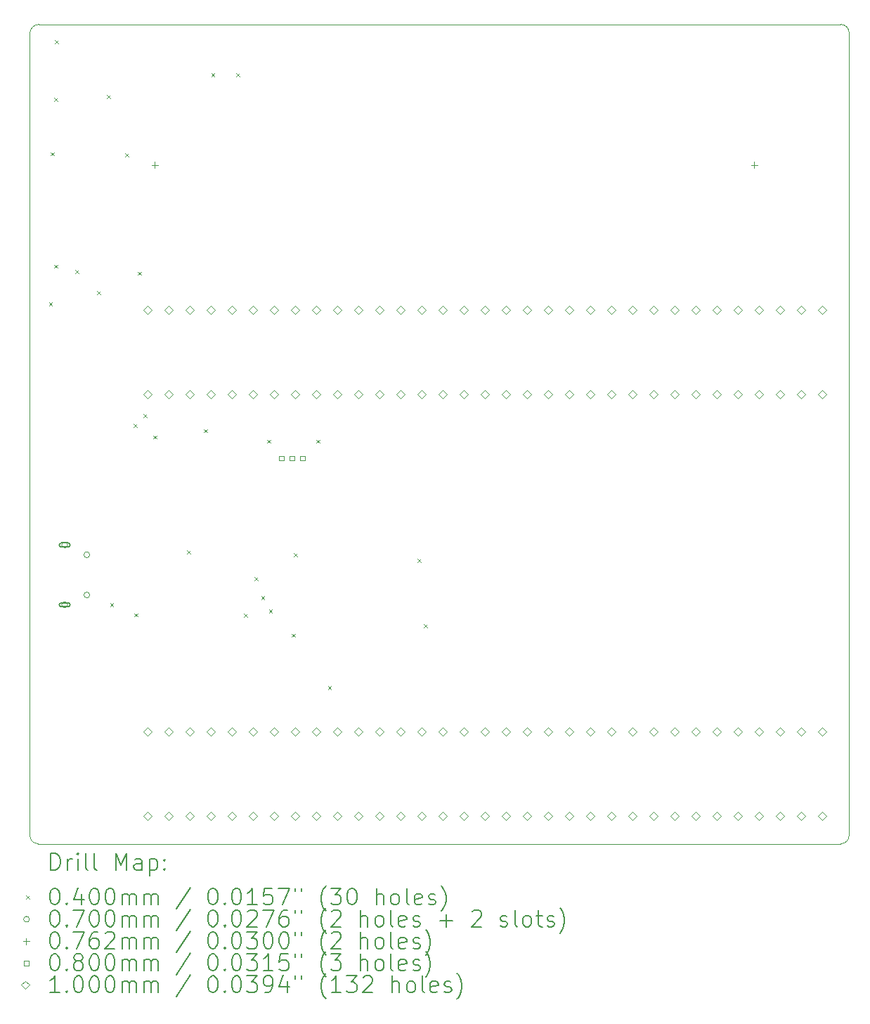
<source format=gbr>
%FSLAX45Y45*%
G04 Gerber Fmt 4.5, Leading zero omitted, Abs format (unit mm)*
G04 Created by KiCad (PCBNEW (6.0.2-0)) date 2022-04-08 22:13:14*
%MOMM*%
%LPD*%
G01*
G04 APERTURE LIST*
%TA.AperFunction,Profile*%
%ADD10C,0.100000*%
%TD*%
%ADD11C,0.200000*%
%ADD12C,0.040000*%
%ADD13C,0.070000*%
%ADD14C,0.076200*%
%ADD15C,0.080000*%
%ADD16C,0.100000*%
G04 APERTURE END LIST*
D10*
X18880000Y-3460000D02*
G75*
G03*
X18780000Y-3360000I-100000J0D01*
G01*
X18780000Y-13230000D02*
X9110000Y-13230000D01*
X9010000Y-13130000D02*
G75*
G03*
X9110000Y-13230000I100000J0D01*
G01*
X18780000Y-13230000D02*
G75*
G03*
X18880000Y-13130000I0J100000D01*
G01*
X9120000Y-3360000D02*
G75*
G03*
X9010000Y-3470000I0J-110000D01*
G01*
X9010000Y-13130000D02*
X9010000Y-3470000D01*
X9120000Y-3360000D02*
X18780000Y-3360000D01*
X18880000Y-3460000D02*
X18880000Y-13130000D01*
D11*
D12*
X9241000Y-6705000D02*
X9281000Y-6745000D01*
X9281000Y-6705000D02*
X9241000Y-6745000D01*
X9261000Y-4900000D02*
X9301000Y-4940000D01*
X9301000Y-4900000D02*
X9261000Y-4940000D01*
X9301000Y-4245000D02*
X9341000Y-4285000D01*
X9341000Y-4245000D02*
X9301000Y-4285000D01*
X9301000Y-6255000D02*
X9341000Y-6295000D01*
X9341000Y-6255000D02*
X9301000Y-6295000D01*
X9310000Y-3550000D02*
X9350000Y-3590000D01*
X9350000Y-3550000D02*
X9310000Y-3590000D01*
X9556000Y-6320000D02*
X9596000Y-6360000D01*
X9596000Y-6320000D02*
X9556000Y-6360000D01*
X9821000Y-6570000D02*
X9861000Y-6610000D01*
X9861000Y-6570000D02*
X9821000Y-6610000D01*
X9936000Y-4210000D02*
X9976000Y-4250000D01*
X9976000Y-4210000D02*
X9936000Y-4250000D01*
X9976000Y-10330000D02*
X10016000Y-10370000D01*
X10016000Y-10330000D02*
X9976000Y-10370000D01*
X10161000Y-4910000D02*
X10201000Y-4950000D01*
X10201000Y-4910000D02*
X10161000Y-4950000D01*
X10261000Y-8175000D02*
X10301000Y-8215000D01*
X10301000Y-8175000D02*
X10261000Y-8215000D01*
X10271000Y-10455000D02*
X10311000Y-10495000D01*
X10311000Y-10455000D02*
X10271000Y-10495000D01*
X10311000Y-6340000D02*
X10351000Y-6380000D01*
X10351000Y-6340000D02*
X10311000Y-6380000D01*
X10376000Y-8055000D02*
X10416000Y-8095000D01*
X10416000Y-8055000D02*
X10376000Y-8095000D01*
X10495600Y-8311200D02*
X10535600Y-8351200D01*
X10535600Y-8311200D02*
X10495600Y-8351200D01*
X10901000Y-9695000D02*
X10941000Y-9735000D01*
X10941000Y-9695000D02*
X10901000Y-9735000D01*
X11105200Y-8235000D02*
X11145200Y-8275000D01*
X11145200Y-8235000D02*
X11105200Y-8275000D01*
X11196000Y-3945000D02*
X11236000Y-3985000D01*
X11236000Y-3945000D02*
X11196000Y-3985000D01*
X11496000Y-3945000D02*
X11536000Y-3985000D01*
X11536000Y-3945000D02*
X11496000Y-3985000D01*
X11587800Y-10457500D02*
X11627800Y-10497500D01*
X11627800Y-10457500D02*
X11587800Y-10497500D01*
X11716000Y-10015000D02*
X11756000Y-10055000D01*
X11756000Y-10015000D02*
X11716000Y-10055000D01*
X11796000Y-10245000D02*
X11836000Y-10285000D01*
X11836000Y-10245000D02*
X11796000Y-10285000D01*
X11867200Y-8362000D02*
X11907200Y-8402000D01*
X11907200Y-8362000D02*
X11867200Y-8402000D01*
X11891000Y-10410000D02*
X11931000Y-10450000D01*
X11931000Y-10410000D02*
X11891000Y-10450000D01*
X12166000Y-10700000D02*
X12206000Y-10740000D01*
X12206000Y-10700000D02*
X12166000Y-10740000D01*
X12191000Y-9730000D02*
X12231000Y-9770000D01*
X12231000Y-9730000D02*
X12191000Y-9770000D01*
X12464100Y-8362000D02*
X12504100Y-8402000D01*
X12504100Y-8362000D02*
X12464100Y-8402000D01*
X12601000Y-11330000D02*
X12641000Y-11370000D01*
X12641000Y-11330000D02*
X12601000Y-11370000D01*
X13683300Y-9797100D02*
X13723300Y-9837100D01*
X13723300Y-9797100D02*
X13683300Y-9837100D01*
X13759500Y-10584500D02*
X13799500Y-10624500D01*
X13799500Y-10584500D02*
X13759500Y-10624500D01*
D13*
X9464500Y-9630820D02*
G75*
G03*
X9464500Y-9630820I-35000J0D01*
G01*
D11*
X9389500Y-9655820D02*
X9469500Y-9655820D01*
X9389500Y-9605820D02*
X9469500Y-9605820D01*
X9469500Y-9655820D02*
G75*
G03*
X9469500Y-9605820I0J25000D01*
G01*
X9389500Y-9605820D02*
G75*
G03*
X9389500Y-9655820I0J-25000D01*
G01*
D13*
X9464500Y-10350820D02*
G75*
G03*
X9464500Y-10350820I-35000J0D01*
G01*
D11*
X9389500Y-10375820D02*
X9469500Y-10375820D01*
X9389500Y-10325820D02*
X9469500Y-10325820D01*
X9469500Y-10375820D02*
G75*
G03*
X9469500Y-10325820I0J25000D01*
G01*
X9389500Y-10325820D02*
G75*
G03*
X9389500Y-10375820I0J-25000D01*
G01*
D13*
X9731500Y-9748320D02*
G75*
G03*
X9731500Y-9748320I-35000J0D01*
G01*
X9731500Y-10233320D02*
G75*
G03*
X9731500Y-10233320I-35000J0D01*
G01*
D14*
X10515000Y-5016900D02*
X10515000Y-5093100D01*
X10476900Y-5055000D02*
X10553100Y-5055000D01*
X17737000Y-5016900D02*
X17737000Y-5093100D01*
X17698900Y-5055000D02*
X17775100Y-5055000D01*
D15*
X12067884Y-8613485D02*
X12067884Y-8556916D01*
X12011315Y-8556916D01*
X12011315Y-8613485D01*
X12067884Y-8613485D01*
X12194884Y-8613485D02*
X12194884Y-8556916D01*
X12138315Y-8556916D01*
X12138315Y-8613485D01*
X12194884Y-8613485D01*
X12321884Y-8613485D02*
X12321884Y-8556916D01*
X12265315Y-8556916D01*
X12265315Y-8613485D01*
X12321884Y-8613485D01*
D16*
X10426000Y-6850000D02*
X10476000Y-6800000D01*
X10426000Y-6750000D01*
X10376000Y-6800000D01*
X10426000Y-6850000D01*
X10426000Y-7866000D02*
X10476000Y-7816000D01*
X10426000Y-7766000D01*
X10376000Y-7816000D01*
X10426000Y-7866000D01*
X10426000Y-11930000D02*
X10476000Y-11880000D01*
X10426000Y-11830000D01*
X10376000Y-11880000D01*
X10426000Y-11930000D01*
X10426000Y-12946000D02*
X10476000Y-12896000D01*
X10426000Y-12846000D01*
X10376000Y-12896000D01*
X10426000Y-12946000D01*
X10680000Y-6850000D02*
X10730000Y-6800000D01*
X10680000Y-6750000D01*
X10630000Y-6800000D01*
X10680000Y-6850000D01*
X10680000Y-7866000D02*
X10730000Y-7816000D01*
X10680000Y-7766000D01*
X10630000Y-7816000D01*
X10680000Y-7866000D01*
X10680000Y-11930000D02*
X10730000Y-11880000D01*
X10680000Y-11830000D01*
X10630000Y-11880000D01*
X10680000Y-11930000D01*
X10680000Y-12946000D02*
X10730000Y-12896000D01*
X10680000Y-12846000D01*
X10630000Y-12896000D01*
X10680000Y-12946000D01*
X10934000Y-6850000D02*
X10984000Y-6800000D01*
X10934000Y-6750000D01*
X10884000Y-6800000D01*
X10934000Y-6850000D01*
X10934000Y-7866000D02*
X10984000Y-7816000D01*
X10934000Y-7766000D01*
X10884000Y-7816000D01*
X10934000Y-7866000D01*
X10934000Y-11930000D02*
X10984000Y-11880000D01*
X10934000Y-11830000D01*
X10884000Y-11880000D01*
X10934000Y-11930000D01*
X10934000Y-12946000D02*
X10984000Y-12896000D01*
X10934000Y-12846000D01*
X10884000Y-12896000D01*
X10934000Y-12946000D01*
X11188000Y-6850000D02*
X11238000Y-6800000D01*
X11188000Y-6750000D01*
X11138000Y-6800000D01*
X11188000Y-6850000D01*
X11188000Y-7866000D02*
X11238000Y-7816000D01*
X11188000Y-7766000D01*
X11138000Y-7816000D01*
X11188000Y-7866000D01*
X11188000Y-11930000D02*
X11238000Y-11880000D01*
X11188000Y-11830000D01*
X11138000Y-11880000D01*
X11188000Y-11930000D01*
X11188000Y-12946000D02*
X11238000Y-12896000D01*
X11188000Y-12846000D01*
X11138000Y-12896000D01*
X11188000Y-12946000D01*
X11442000Y-6850000D02*
X11492000Y-6800000D01*
X11442000Y-6750000D01*
X11392000Y-6800000D01*
X11442000Y-6850000D01*
X11442000Y-7866000D02*
X11492000Y-7816000D01*
X11442000Y-7766000D01*
X11392000Y-7816000D01*
X11442000Y-7866000D01*
X11442000Y-11930000D02*
X11492000Y-11880000D01*
X11442000Y-11830000D01*
X11392000Y-11880000D01*
X11442000Y-11930000D01*
X11442000Y-12946000D02*
X11492000Y-12896000D01*
X11442000Y-12846000D01*
X11392000Y-12896000D01*
X11442000Y-12946000D01*
X11696000Y-6850000D02*
X11746000Y-6800000D01*
X11696000Y-6750000D01*
X11646000Y-6800000D01*
X11696000Y-6850000D01*
X11696000Y-7866000D02*
X11746000Y-7816000D01*
X11696000Y-7766000D01*
X11646000Y-7816000D01*
X11696000Y-7866000D01*
X11696000Y-11930000D02*
X11746000Y-11880000D01*
X11696000Y-11830000D01*
X11646000Y-11880000D01*
X11696000Y-11930000D01*
X11696000Y-12946000D02*
X11746000Y-12896000D01*
X11696000Y-12846000D01*
X11646000Y-12896000D01*
X11696000Y-12946000D01*
X11950000Y-6850000D02*
X12000000Y-6800000D01*
X11950000Y-6750000D01*
X11900000Y-6800000D01*
X11950000Y-6850000D01*
X11950000Y-7866000D02*
X12000000Y-7816000D01*
X11950000Y-7766000D01*
X11900000Y-7816000D01*
X11950000Y-7866000D01*
X11950000Y-11930000D02*
X12000000Y-11880000D01*
X11950000Y-11830000D01*
X11900000Y-11880000D01*
X11950000Y-11930000D01*
X11950000Y-12946000D02*
X12000000Y-12896000D01*
X11950000Y-12846000D01*
X11900000Y-12896000D01*
X11950000Y-12946000D01*
X12204000Y-6850000D02*
X12254000Y-6800000D01*
X12204000Y-6750000D01*
X12154000Y-6800000D01*
X12204000Y-6850000D01*
X12204000Y-7866000D02*
X12254000Y-7816000D01*
X12204000Y-7766000D01*
X12154000Y-7816000D01*
X12204000Y-7866000D01*
X12204000Y-11930000D02*
X12254000Y-11880000D01*
X12204000Y-11830000D01*
X12154000Y-11880000D01*
X12204000Y-11930000D01*
X12204000Y-12946000D02*
X12254000Y-12896000D01*
X12204000Y-12846000D01*
X12154000Y-12896000D01*
X12204000Y-12946000D01*
X12458000Y-6850000D02*
X12508000Y-6800000D01*
X12458000Y-6750000D01*
X12408000Y-6800000D01*
X12458000Y-6850000D01*
X12458000Y-7866000D02*
X12508000Y-7816000D01*
X12458000Y-7766000D01*
X12408000Y-7816000D01*
X12458000Y-7866000D01*
X12458000Y-11930000D02*
X12508000Y-11880000D01*
X12458000Y-11830000D01*
X12408000Y-11880000D01*
X12458000Y-11930000D01*
X12458000Y-12946000D02*
X12508000Y-12896000D01*
X12458000Y-12846000D01*
X12408000Y-12896000D01*
X12458000Y-12946000D01*
X12712000Y-6850000D02*
X12762000Y-6800000D01*
X12712000Y-6750000D01*
X12662000Y-6800000D01*
X12712000Y-6850000D01*
X12712000Y-7866000D02*
X12762000Y-7816000D01*
X12712000Y-7766000D01*
X12662000Y-7816000D01*
X12712000Y-7866000D01*
X12712000Y-11930000D02*
X12762000Y-11880000D01*
X12712000Y-11830000D01*
X12662000Y-11880000D01*
X12712000Y-11930000D01*
X12712000Y-12946000D02*
X12762000Y-12896000D01*
X12712000Y-12846000D01*
X12662000Y-12896000D01*
X12712000Y-12946000D01*
X12966000Y-6850000D02*
X13016000Y-6800000D01*
X12966000Y-6750000D01*
X12916000Y-6800000D01*
X12966000Y-6850000D01*
X12966000Y-7866000D02*
X13016000Y-7816000D01*
X12966000Y-7766000D01*
X12916000Y-7816000D01*
X12966000Y-7866000D01*
X12966000Y-11930000D02*
X13016000Y-11880000D01*
X12966000Y-11830000D01*
X12916000Y-11880000D01*
X12966000Y-11930000D01*
X12966000Y-12946000D02*
X13016000Y-12896000D01*
X12966000Y-12846000D01*
X12916000Y-12896000D01*
X12966000Y-12946000D01*
X13220000Y-6850000D02*
X13270000Y-6800000D01*
X13220000Y-6750000D01*
X13170000Y-6800000D01*
X13220000Y-6850000D01*
X13220000Y-7866000D02*
X13270000Y-7816000D01*
X13220000Y-7766000D01*
X13170000Y-7816000D01*
X13220000Y-7866000D01*
X13220000Y-11930000D02*
X13270000Y-11880000D01*
X13220000Y-11830000D01*
X13170000Y-11880000D01*
X13220000Y-11930000D01*
X13220000Y-12946000D02*
X13270000Y-12896000D01*
X13220000Y-12846000D01*
X13170000Y-12896000D01*
X13220000Y-12946000D01*
X13474000Y-6850000D02*
X13524000Y-6800000D01*
X13474000Y-6750000D01*
X13424000Y-6800000D01*
X13474000Y-6850000D01*
X13474000Y-7866000D02*
X13524000Y-7816000D01*
X13474000Y-7766000D01*
X13424000Y-7816000D01*
X13474000Y-7866000D01*
X13474000Y-11930000D02*
X13524000Y-11880000D01*
X13474000Y-11830000D01*
X13424000Y-11880000D01*
X13474000Y-11930000D01*
X13474000Y-12946000D02*
X13524000Y-12896000D01*
X13474000Y-12846000D01*
X13424000Y-12896000D01*
X13474000Y-12946000D01*
X13728000Y-6850000D02*
X13778000Y-6800000D01*
X13728000Y-6750000D01*
X13678000Y-6800000D01*
X13728000Y-6850000D01*
X13728000Y-7866000D02*
X13778000Y-7816000D01*
X13728000Y-7766000D01*
X13678000Y-7816000D01*
X13728000Y-7866000D01*
X13728000Y-11930000D02*
X13778000Y-11880000D01*
X13728000Y-11830000D01*
X13678000Y-11880000D01*
X13728000Y-11930000D01*
X13728000Y-12946000D02*
X13778000Y-12896000D01*
X13728000Y-12846000D01*
X13678000Y-12896000D01*
X13728000Y-12946000D01*
X13982000Y-6850000D02*
X14032000Y-6800000D01*
X13982000Y-6750000D01*
X13932000Y-6800000D01*
X13982000Y-6850000D01*
X13982000Y-7866000D02*
X14032000Y-7816000D01*
X13982000Y-7766000D01*
X13932000Y-7816000D01*
X13982000Y-7866000D01*
X13982000Y-11930000D02*
X14032000Y-11880000D01*
X13982000Y-11830000D01*
X13932000Y-11880000D01*
X13982000Y-11930000D01*
X13982000Y-12946000D02*
X14032000Y-12896000D01*
X13982000Y-12846000D01*
X13932000Y-12896000D01*
X13982000Y-12946000D01*
X14236000Y-6850000D02*
X14286000Y-6800000D01*
X14236000Y-6750000D01*
X14186000Y-6800000D01*
X14236000Y-6850000D01*
X14236000Y-7866000D02*
X14286000Y-7816000D01*
X14236000Y-7766000D01*
X14186000Y-7816000D01*
X14236000Y-7866000D01*
X14236000Y-11930000D02*
X14286000Y-11880000D01*
X14236000Y-11830000D01*
X14186000Y-11880000D01*
X14236000Y-11930000D01*
X14236000Y-12946000D02*
X14286000Y-12896000D01*
X14236000Y-12846000D01*
X14186000Y-12896000D01*
X14236000Y-12946000D01*
X14490000Y-6850000D02*
X14540000Y-6800000D01*
X14490000Y-6750000D01*
X14440000Y-6800000D01*
X14490000Y-6850000D01*
X14490000Y-7866000D02*
X14540000Y-7816000D01*
X14490000Y-7766000D01*
X14440000Y-7816000D01*
X14490000Y-7866000D01*
X14490000Y-11930000D02*
X14540000Y-11880000D01*
X14490000Y-11830000D01*
X14440000Y-11880000D01*
X14490000Y-11930000D01*
X14490000Y-12946000D02*
X14540000Y-12896000D01*
X14490000Y-12846000D01*
X14440000Y-12896000D01*
X14490000Y-12946000D01*
X14744000Y-6850000D02*
X14794000Y-6800000D01*
X14744000Y-6750000D01*
X14694000Y-6800000D01*
X14744000Y-6850000D01*
X14744000Y-7866000D02*
X14794000Y-7816000D01*
X14744000Y-7766000D01*
X14694000Y-7816000D01*
X14744000Y-7866000D01*
X14744000Y-11930000D02*
X14794000Y-11880000D01*
X14744000Y-11830000D01*
X14694000Y-11880000D01*
X14744000Y-11930000D01*
X14744000Y-12946000D02*
X14794000Y-12896000D01*
X14744000Y-12846000D01*
X14694000Y-12896000D01*
X14744000Y-12946000D01*
X14998000Y-6850000D02*
X15048000Y-6800000D01*
X14998000Y-6750000D01*
X14948000Y-6800000D01*
X14998000Y-6850000D01*
X14998000Y-7866000D02*
X15048000Y-7816000D01*
X14998000Y-7766000D01*
X14948000Y-7816000D01*
X14998000Y-7866000D01*
X14998000Y-11930000D02*
X15048000Y-11880000D01*
X14998000Y-11830000D01*
X14948000Y-11880000D01*
X14998000Y-11930000D01*
X14998000Y-12946000D02*
X15048000Y-12896000D01*
X14998000Y-12846000D01*
X14948000Y-12896000D01*
X14998000Y-12946000D01*
X15252000Y-6850000D02*
X15302000Y-6800000D01*
X15252000Y-6750000D01*
X15202000Y-6800000D01*
X15252000Y-6850000D01*
X15252000Y-7866000D02*
X15302000Y-7816000D01*
X15252000Y-7766000D01*
X15202000Y-7816000D01*
X15252000Y-7866000D01*
X15252000Y-11930000D02*
X15302000Y-11880000D01*
X15252000Y-11830000D01*
X15202000Y-11880000D01*
X15252000Y-11930000D01*
X15252000Y-12946000D02*
X15302000Y-12896000D01*
X15252000Y-12846000D01*
X15202000Y-12896000D01*
X15252000Y-12946000D01*
X15506000Y-6850000D02*
X15556000Y-6800000D01*
X15506000Y-6750000D01*
X15456000Y-6800000D01*
X15506000Y-6850000D01*
X15506000Y-7866000D02*
X15556000Y-7816000D01*
X15506000Y-7766000D01*
X15456000Y-7816000D01*
X15506000Y-7866000D01*
X15506000Y-11930000D02*
X15556000Y-11880000D01*
X15506000Y-11830000D01*
X15456000Y-11880000D01*
X15506000Y-11930000D01*
X15506000Y-12946000D02*
X15556000Y-12896000D01*
X15506000Y-12846000D01*
X15456000Y-12896000D01*
X15506000Y-12946000D01*
X15760000Y-6850000D02*
X15810000Y-6800000D01*
X15760000Y-6750000D01*
X15710000Y-6800000D01*
X15760000Y-6850000D01*
X15760000Y-7866000D02*
X15810000Y-7816000D01*
X15760000Y-7766000D01*
X15710000Y-7816000D01*
X15760000Y-7866000D01*
X15760000Y-11930000D02*
X15810000Y-11880000D01*
X15760000Y-11830000D01*
X15710000Y-11880000D01*
X15760000Y-11930000D01*
X15760000Y-12946000D02*
X15810000Y-12896000D01*
X15760000Y-12846000D01*
X15710000Y-12896000D01*
X15760000Y-12946000D01*
X16014000Y-6850000D02*
X16064000Y-6800000D01*
X16014000Y-6750000D01*
X15964000Y-6800000D01*
X16014000Y-6850000D01*
X16014000Y-7866000D02*
X16064000Y-7816000D01*
X16014000Y-7766000D01*
X15964000Y-7816000D01*
X16014000Y-7866000D01*
X16014000Y-11930000D02*
X16064000Y-11880000D01*
X16014000Y-11830000D01*
X15964000Y-11880000D01*
X16014000Y-11930000D01*
X16014000Y-12946000D02*
X16064000Y-12896000D01*
X16014000Y-12846000D01*
X15964000Y-12896000D01*
X16014000Y-12946000D01*
X16268000Y-6850000D02*
X16318000Y-6800000D01*
X16268000Y-6750000D01*
X16218000Y-6800000D01*
X16268000Y-6850000D01*
X16268000Y-7866000D02*
X16318000Y-7816000D01*
X16268000Y-7766000D01*
X16218000Y-7816000D01*
X16268000Y-7866000D01*
X16268000Y-11930000D02*
X16318000Y-11880000D01*
X16268000Y-11830000D01*
X16218000Y-11880000D01*
X16268000Y-11930000D01*
X16268000Y-12946000D02*
X16318000Y-12896000D01*
X16268000Y-12846000D01*
X16218000Y-12896000D01*
X16268000Y-12946000D01*
X16522000Y-6850000D02*
X16572000Y-6800000D01*
X16522000Y-6750000D01*
X16472000Y-6800000D01*
X16522000Y-6850000D01*
X16522000Y-7866000D02*
X16572000Y-7816000D01*
X16522000Y-7766000D01*
X16472000Y-7816000D01*
X16522000Y-7866000D01*
X16522000Y-11930000D02*
X16572000Y-11880000D01*
X16522000Y-11830000D01*
X16472000Y-11880000D01*
X16522000Y-11930000D01*
X16522000Y-12946000D02*
X16572000Y-12896000D01*
X16522000Y-12846000D01*
X16472000Y-12896000D01*
X16522000Y-12946000D01*
X16776000Y-6850000D02*
X16826000Y-6800000D01*
X16776000Y-6750000D01*
X16726000Y-6800000D01*
X16776000Y-6850000D01*
X16776000Y-7866000D02*
X16826000Y-7816000D01*
X16776000Y-7766000D01*
X16726000Y-7816000D01*
X16776000Y-7866000D01*
X16776000Y-11930000D02*
X16826000Y-11880000D01*
X16776000Y-11830000D01*
X16726000Y-11880000D01*
X16776000Y-11930000D01*
X16776000Y-12946000D02*
X16826000Y-12896000D01*
X16776000Y-12846000D01*
X16726000Y-12896000D01*
X16776000Y-12946000D01*
X17030000Y-6850000D02*
X17080000Y-6800000D01*
X17030000Y-6750000D01*
X16980000Y-6800000D01*
X17030000Y-6850000D01*
X17030000Y-7866000D02*
X17080000Y-7816000D01*
X17030000Y-7766000D01*
X16980000Y-7816000D01*
X17030000Y-7866000D01*
X17030000Y-11930000D02*
X17080000Y-11880000D01*
X17030000Y-11830000D01*
X16980000Y-11880000D01*
X17030000Y-11930000D01*
X17030000Y-12946000D02*
X17080000Y-12896000D01*
X17030000Y-12846000D01*
X16980000Y-12896000D01*
X17030000Y-12946000D01*
X17284000Y-6850000D02*
X17334000Y-6800000D01*
X17284000Y-6750000D01*
X17234000Y-6800000D01*
X17284000Y-6850000D01*
X17284000Y-7866000D02*
X17334000Y-7816000D01*
X17284000Y-7766000D01*
X17234000Y-7816000D01*
X17284000Y-7866000D01*
X17284000Y-11930000D02*
X17334000Y-11880000D01*
X17284000Y-11830000D01*
X17234000Y-11880000D01*
X17284000Y-11930000D01*
X17284000Y-12946000D02*
X17334000Y-12896000D01*
X17284000Y-12846000D01*
X17234000Y-12896000D01*
X17284000Y-12946000D01*
X17538000Y-6850000D02*
X17588000Y-6800000D01*
X17538000Y-6750000D01*
X17488000Y-6800000D01*
X17538000Y-6850000D01*
X17538000Y-7866000D02*
X17588000Y-7816000D01*
X17538000Y-7766000D01*
X17488000Y-7816000D01*
X17538000Y-7866000D01*
X17538000Y-11930000D02*
X17588000Y-11880000D01*
X17538000Y-11830000D01*
X17488000Y-11880000D01*
X17538000Y-11930000D01*
X17538000Y-12946000D02*
X17588000Y-12896000D01*
X17538000Y-12846000D01*
X17488000Y-12896000D01*
X17538000Y-12946000D01*
X17792000Y-6850000D02*
X17842000Y-6800000D01*
X17792000Y-6750000D01*
X17742000Y-6800000D01*
X17792000Y-6850000D01*
X17792000Y-7866000D02*
X17842000Y-7816000D01*
X17792000Y-7766000D01*
X17742000Y-7816000D01*
X17792000Y-7866000D01*
X17792000Y-11930000D02*
X17842000Y-11880000D01*
X17792000Y-11830000D01*
X17742000Y-11880000D01*
X17792000Y-11930000D01*
X17792000Y-12946000D02*
X17842000Y-12896000D01*
X17792000Y-12846000D01*
X17742000Y-12896000D01*
X17792000Y-12946000D01*
X18046000Y-6850000D02*
X18096000Y-6800000D01*
X18046000Y-6750000D01*
X17996000Y-6800000D01*
X18046000Y-6850000D01*
X18046000Y-7866000D02*
X18096000Y-7816000D01*
X18046000Y-7766000D01*
X17996000Y-7816000D01*
X18046000Y-7866000D01*
X18046000Y-11930000D02*
X18096000Y-11880000D01*
X18046000Y-11830000D01*
X17996000Y-11880000D01*
X18046000Y-11930000D01*
X18046000Y-12946000D02*
X18096000Y-12896000D01*
X18046000Y-12846000D01*
X17996000Y-12896000D01*
X18046000Y-12946000D01*
X18300000Y-6850000D02*
X18350000Y-6800000D01*
X18300000Y-6750000D01*
X18250000Y-6800000D01*
X18300000Y-6850000D01*
X18300000Y-7866000D02*
X18350000Y-7816000D01*
X18300000Y-7766000D01*
X18250000Y-7816000D01*
X18300000Y-7866000D01*
X18300000Y-11930000D02*
X18350000Y-11880000D01*
X18300000Y-11830000D01*
X18250000Y-11880000D01*
X18300000Y-11930000D01*
X18300000Y-12946000D02*
X18350000Y-12896000D01*
X18300000Y-12846000D01*
X18250000Y-12896000D01*
X18300000Y-12946000D01*
X18554000Y-6850000D02*
X18604000Y-6800000D01*
X18554000Y-6750000D01*
X18504000Y-6800000D01*
X18554000Y-6850000D01*
X18554000Y-7866000D02*
X18604000Y-7816000D01*
X18554000Y-7766000D01*
X18504000Y-7816000D01*
X18554000Y-7866000D01*
X18554000Y-11930000D02*
X18604000Y-11880000D01*
X18554000Y-11830000D01*
X18504000Y-11880000D01*
X18554000Y-11930000D01*
X18554000Y-12946000D02*
X18604000Y-12896000D01*
X18554000Y-12846000D01*
X18504000Y-12896000D01*
X18554000Y-12946000D01*
D11*
X9262619Y-13545476D02*
X9262619Y-13345476D01*
X9310238Y-13345476D01*
X9338810Y-13355000D01*
X9357857Y-13374048D01*
X9367381Y-13393095D01*
X9376905Y-13431190D01*
X9376905Y-13459762D01*
X9367381Y-13497857D01*
X9357857Y-13516905D01*
X9338810Y-13535952D01*
X9310238Y-13545476D01*
X9262619Y-13545476D01*
X9462619Y-13545476D02*
X9462619Y-13412143D01*
X9462619Y-13450238D02*
X9472143Y-13431190D01*
X9481667Y-13421667D01*
X9500714Y-13412143D01*
X9519762Y-13412143D01*
X9586429Y-13545476D02*
X9586429Y-13412143D01*
X9586429Y-13345476D02*
X9576905Y-13355000D01*
X9586429Y-13364524D01*
X9595952Y-13355000D01*
X9586429Y-13345476D01*
X9586429Y-13364524D01*
X9710238Y-13545476D02*
X9691190Y-13535952D01*
X9681667Y-13516905D01*
X9681667Y-13345476D01*
X9815000Y-13545476D02*
X9795952Y-13535952D01*
X9786429Y-13516905D01*
X9786429Y-13345476D01*
X10043571Y-13545476D02*
X10043571Y-13345476D01*
X10110238Y-13488333D01*
X10176905Y-13345476D01*
X10176905Y-13545476D01*
X10357857Y-13545476D02*
X10357857Y-13440714D01*
X10348333Y-13421667D01*
X10329286Y-13412143D01*
X10291190Y-13412143D01*
X10272143Y-13421667D01*
X10357857Y-13535952D02*
X10338810Y-13545476D01*
X10291190Y-13545476D01*
X10272143Y-13535952D01*
X10262619Y-13516905D01*
X10262619Y-13497857D01*
X10272143Y-13478809D01*
X10291190Y-13469286D01*
X10338810Y-13469286D01*
X10357857Y-13459762D01*
X10453095Y-13412143D02*
X10453095Y-13612143D01*
X10453095Y-13421667D02*
X10472143Y-13412143D01*
X10510238Y-13412143D01*
X10529286Y-13421667D01*
X10538810Y-13431190D01*
X10548333Y-13450238D01*
X10548333Y-13507381D01*
X10538810Y-13526428D01*
X10529286Y-13535952D01*
X10510238Y-13545476D01*
X10472143Y-13545476D01*
X10453095Y-13535952D01*
X10634048Y-13526428D02*
X10643571Y-13535952D01*
X10634048Y-13545476D01*
X10624524Y-13535952D01*
X10634048Y-13526428D01*
X10634048Y-13545476D01*
X10634048Y-13421667D02*
X10643571Y-13431190D01*
X10634048Y-13440714D01*
X10624524Y-13431190D01*
X10634048Y-13421667D01*
X10634048Y-13440714D01*
D12*
X8965000Y-13855000D02*
X9005000Y-13895000D01*
X9005000Y-13855000D02*
X8965000Y-13895000D01*
D11*
X9300714Y-13765476D02*
X9319762Y-13765476D01*
X9338810Y-13775000D01*
X9348333Y-13784524D01*
X9357857Y-13803571D01*
X9367381Y-13841667D01*
X9367381Y-13889286D01*
X9357857Y-13927381D01*
X9348333Y-13946428D01*
X9338810Y-13955952D01*
X9319762Y-13965476D01*
X9300714Y-13965476D01*
X9281667Y-13955952D01*
X9272143Y-13946428D01*
X9262619Y-13927381D01*
X9253095Y-13889286D01*
X9253095Y-13841667D01*
X9262619Y-13803571D01*
X9272143Y-13784524D01*
X9281667Y-13775000D01*
X9300714Y-13765476D01*
X9453095Y-13946428D02*
X9462619Y-13955952D01*
X9453095Y-13965476D01*
X9443571Y-13955952D01*
X9453095Y-13946428D01*
X9453095Y-13965476D01*
X9634048Y-13832143D02*
X9634048Y-13965476D01*
X9586429Y-13755952D02*
X9538810Y-13898809D01*
X9662619Y-13898809D01*
X9776905Y-13765476D02*
X9795952Y-13765476D01*
X9815000Y-13775000D01*
X9824524Y-13784524D01*
X9834048Y-13803571D01*
X9843571Y-13841667D01*
X9843571Y-13889286D01*
X9834048Y-13927381D01*
X9824524Y-13946428D01*
X9815000Y-13955952D01*
X9795952Y-13965476D01*
X9776905Y-13965476D01*
X9757857Y-13955952D01*
X9748333Y-13946428D01*
X9738810Y-13927381D01*
X9729286Y-13889286D01*
X9729286Y-13841667D01*
X9738810Y-13803571D01*
X9748333Y-13784524D01*
X9757857Y-13775000D01*
X9776905Y-13765476D01*
X9967381Y-13765476D02*
X9986429Y-13765476D01*
X10005476Y-13775000D01*
X10015000Y-13784524D01*
X10024524Y-13803571D01*
X10034048Y-13841667D01*
X10034048Y-13889286D01*
X10024524Y-13927381D01*
X10015000Y-13946428D01*
X10005476Y-13955952D01*
X9986429Y-13965476D01*
X9967381Y-13965476D01*
X9948333Y-13955952D01*
X9938810Y-13946428D01*
X9929286Y-13927381D01*
X9919762Y-13889286D01*
X9919762Y-13841667D01*
X9929286Y-13803571D01*
X9938810Y-13784524D01*
X9948333Y-13775000D01*
X9967381Y-13765476D01*
X10119762Y-13965476D02*
X10119762Y-13832143D01*
X10119762Y-13851190D02*
X10129286Y-13841667D01*
X10148333Y-13832143D01*
X10176905Y-13832143D01*
X10195952Y-13841667D01*
X10205476Y-13860714D01*
X10205476Y-13965476D01*
X10205476Y-13860714D02*
X10215000Y-13841667D01*
X10234048Y-13832143D01*
X10262619Y-13832143D01*
X10281667Y-13841667D01*
X10291190Y-13860714D01*
X10291190Y-13965476D01*
X10386429Y-13965476D02*
X10386429Y-13832143D01*
X10386429Y-13851190D02*
X10395952Y-13841667D01*
X10415000Y-13832143D01*
X10443571Y-13832143D01*
X10462619Y-13841667D01*
X10472143Y-13860714D01*
X10472143Y-13965476D01*
X10472143Y-13860714D02*
X10481667Y-13841667D01*
X10500714Y-13832143D01*
X10529286Y-13832143D01*
X10548333Y-13841667D01*
X10557857Y-13860714D01*
X10557857Y-13965476D01*
X10948333Y-13755952D02*
X10776905Y-14013095D01*
X11205476Y-13765476D02*
X11224524Y-13765476D01*
X11243571Y-13775000D01*
X11253095Y-13784524D01*
X11262619Y-13803571D01*
X11272143Y-13841667D01*
X11272143Y-13889286D01*
X11262619Y-13927381D01*
X11253095Y-13946428D01*
X11243571Y-13955952D01*
X11224524Y-13965476D01*
X11205476Y-13965476D01*
X11186428Y-13955952D01*
X11176905Y-13946428D01*
X11167381Y-13927381D01*
X11157857Y-13889286D01*
X11157857Y-13841667D01*
X11167381Y-13803571D01*
X11176905Y-13784524D01*
X11186428Y-13775000D01*
X11205476Y-13765476D01*
X11357857Y-13946428D02*
X11367381Y-13955952D01*
X11357857Y-13965476D01*
X11348333Y-13955952D01*
X11357857Y-13946428D01*
X11357857Y-13965476D01*
X11491190Y-13765476D02*
X11510238Y-13765476D01*
X11529286Y-13775000D01*
X11538809Y-13784524D01*
X11548333Y-13803571D01*
X11557857Y-13841667D01*
X11557857Y-13889286D01*
X11548333Y-13927381D01*
X11538809Y-13946428D01*
X11529286Y-13955952D01*
X11510238Y-13965476D01*
X11491190Y-13965476D01*
X11472143Y-13955952D01*
X11462619Y-13946428D01*
X11453095Y-13927381D01*
X11443571Y-13889286D01*
X11443571Y-13841667D01*
X11453095Y-13803571D01*
X11462619Y-13784524D01*
X11472143Y-13775000D01*
X11491190Y-13765476D01*
X11748333Y-13965476D02*
X11634048Y-13965476D01*
X11691190Y-13965476D02*
X11691190Y-13765476D01*
X11672143Y-13794048D01*
X11653095Y-13813095D01*
X11634048Y-13822619D01*
X11929286Y-13765476D02*
X11834048Y-13765476D01*
X11824524Y-13860714D01*
X11834048Y-13851190D01*
X11853095Y-13841667D01*
X11900714Y-13841667D01*
X11919762Y-13851190D01*
X11929286Y-13860714D01*
X11938809Y-13879762D01*
X11938809Y-13927381D01*
X11929286Y-13946428D01*
X11919762Y-13955952D01*
X11900714Y-13965476D01*
X11853095Y-13965476D01*
X11834048Y-13955952D01*
X11824524Y-13946428D01*
X12005476Y-13765476D02*
X12138809Y-13765476D01*
X12053095Y-13965476D01*
X12205476Y-13765476D02*
X12205476Y-13803571D01*
X12281667Y-13765476D02*
X12281667Y-13803571D01*
X12576905Y-14041667D02*
X12567381Y-14032143D01*
X12548333Y-14003571D01*
X12538809Y-13984524D01*
X12529286Y-13955952D01*
X12519762Y-13908333D01*
X12519762Y-13870238D01*
X12529286Y-13822619D01*
X12538809Y-13794048D01*
X12548333Y-13775000D01*
X12567381Y-13746428D01*
X12576905Y-13736905D01*
X12634048Y-13765476D02*
X12757857Y-13765476D01*
X12691190Y-13841667D01*
X12719762Y-13841667D01*
X12738809Y-13851190D01*
X12748333Y-13860714D01*
X12757857Y-13879762D01*
X12757857Y-13927381D01*
X12748333Y-13946428D01*
X12738809Y-13955952D01*
X12719762Y-13965476D01*
X12662619Y-13965476D01*
X12643571Y-13955952D01*
X12634048Y-13946428D01*
X12881667Y-13765476D02*
X12900714Y-13765476D01*
X12919762Y-13775000D01*
X12929286Y-13784524D01*
X12938809Y-13803571D01*
X12948333Y-13841667D01*
X12948333Y-13889286D01*
X12938809Y-13927381D01*
X12929286Y-13946428D01*
X12919762Y-13955952D01*
X12900714Y-13965476D01*
X12881667Y-13965476D01*
X12862619Y-13955952D01*
X12853095Y-13946428D01*
X12843571Y-13927381D01*
X12834048Y-13889286D01*
X12834048Y-13841667D01*
X12843571Y-13803571D01*
X12853095Y-13784524D01*
X12862619Y-13775000D01*
X12881667Y-13765476D01*
X13186428Y-13965476D02*
X13186428Y-13765476D01*
X13272143Y-13965476D02*
X13272143Y-13860714D01*
X13262619Y-13841667D01*
X13243571Y-13832143D01*
X13215000Y-13832143D01*
X13195952Y-13841667D01*
X13186428Y-13851190D01*
X13395952Y-13965476D02*
X13376905Y-13955952D01*
X13367381Y-13946428D01*
X13357857Y-13927381D01*
X13357857Y-13870238D01*
X13367381Y-13851190D01*
X13376905Y-13841667D01*
X13395952Y-13832143D01*
X13424524Y-13832143D01*
X13443571Y-13841667D01*
X13453095Y-13851190D01*
X13462619Y-13870238D01*
X13462619Y-13927381D01*
X13453095Y-13946428D01*
X13443571Y-13955952D01*
X13424524Y-13965476D01*
X13395952Y-13965476D01*
X13576905Y-13965476D02*
X13557857Y-13955952D01*
X13548333Y-13936905D01*
X13548333Y-13765476D01*
X13729286Y-13955952D02*
X13710238Y-13965476D01*
X13672143Y-13965476D01*
X13653095Y-13955952D01*
X13643571Y-13936905D01*
X13643571Y-13860714D01*
X13653095Y-13841667D01*
X13672143Y-13832143D01*
X13710238Y-13832143D01*
X13729286Y-13841667D01*
X13738809Y-13860714D01*
X13738809Y-13879762D01*
X13643571Y-13898809D01*
X13815000Y-13955952D02*
X13834048Y-13965476D01*
X13872143Y-13965476D01*
X13891190Y-13955952D01*
X13900714Y-13936905D01*
X13900714Y-13927381D01*
X13891190Y-13908333D01*
X13872143Y-13898809D01*
X13843571Y-13898809D01*
X13824524Y-13889286D01*
X13815000Y-13870238D01*
X13815000Y-13860714D01*
X13824524Y-13841667D01*
X13843571Y-13832143D01*
X13872143Y-13832143D01*
X13891190Y-13841667D01*
X13967381Y-14041667D02*
X13976905Y-14032143D01*
X13995952Y-14003571D01*
X14005476Y-13984524D01*
X14015000Y-13955952D01*
X14024524Y-13908333D01*
X14024524Y-13870238D01*
X14015000Y-13822619D01*
X14005476Y-13794048D01*
X13995952Y-13775000D01*
X13976905Y-13746428D01*
X13967381Y-13736905D01*
D13*
X9005000Y-14139000D02*
G75*
G03*
X9005000Y-14139000I-35000J0D01*
G01*
D11*
X9300714Y-14029476D02*
X9319762Y-14029476D01*
X9338810Y-14039000D01*
X9348333Y-14048524D01*
X9357857Y-14067571D01*
X9367381Y-14105667D01*
X9367381Y-14153286D01*
X9357857Y-14191381D01*
X9348333Y-14210428D01*
X9338810Y-14219952D01*
X9319762Y-14229476D01*
X9300714Y-14229476D01*
X9281667Y-14219952D01*
X9272143Y-14210428D01*
X9262619Y-14191381D01*
X9253095Y-14153286D01*
X9253095Y-14105667D01*
X9262619Y-14067571D01*
X9272143Y-14048524D01*
X9281667Y-14039000D01*
X9300714Y-14029476D01*
X9453095Y-14210428D02*
X9462619Y-14219952D01*
X9453095Y-14229476D01*
X9443571Y-14219952D01*
X9453095Y-14210428D01*
X9453095Y-14229476D01*
X9529286Y-14029476D02*
X9662619Y-14029476D01*
X9576905Y-14229476D01*
X9776905Y-14029476D02*
X9795952Y-14029476D01*
X9815000Y-14039000D01*
X9824524Y-14048524D01*
X9834048Y-14067571D01*
X9843571Y-14105667D01*
X9843571Y-14153286D01*
X9834048Y-14191381D01*
X9824524Y-14210428D01*
X9815000Y-14219952D01*
X9795952Y-14229476D01*
X9776905Y-14229476D01*
X9757857Y-14219952D01*
X9748333Y-14210428D01*
X9738810Y-14191381D01*
X9729286Y-14153286D01*
X9729286Y-14105667D01*
X9738810Y-14067571D01*
X9748333Y-14048524D01*
X9757857Y-14039000D01*
X9776905Y-14029476D01*
X9967381Y-14029476D02*
X9986429Y-14029476D01*
X10005476Y-14039000D01*
X10015000Y-14048524D01*
X10024524Y-14067571D01*
X10034048Y-14105667D01*
X10034048Y-14153286D01*
X10024524Y-14191381D01*
X10015000Y-14210428D01*
X10005476Y-14219952D01*
X9986429Y-14229476D01*
X9967381Y-14229476D01*
X9948333Y-14219952D01*
X9938810Y-14210428D01*
X9929286Y-14191381D01*
X9919762Y-14153286D01*
X9919762Y-14105667D01*
X9929286Y-14067571D01*
X9938810Y-14048524D01*
X9948333Y-14039000D01*
X9967381Y-14029476D01*
X10119762Y-14229476D02*
X10119762Y-14096143D01*
X10119762Y-14115190D02*
X10129286Y-14105667D01*
X10148333Y-14096143D01*
X10176905Y-14096143D01*
X10195952Y-14105667D01*
X10205476Y-14124714D01*
X10205476Y-14229476D01*
X10205476Y-14124714D02*
X10215000Y-14105667D01*
X10234048Y-14096143D01*
X10262619Y-14096143D01*
X10281667Y-14105667D01*
X10291190Y-14124714D01*
X10291190Y-14229476D01*
X10386429Y-14229476D02*
X10386429Y-14096143D01*
X10386429Y-14115190D02*
X10395952Y-14105667D01*
X10415000Y-14096143D01*
X10443571Y-14096143D01*
X10462619Y-14105667D01*
X10472143Y-14124714D01*
X10472143Y-14229476D01*
X10472143Y-14124714D02*
X10481667Y-14105667D01*
X10500714Y-14096143D01*
X10529286Y-14096143D01*
X10548333Y-14105667D01*
X10557857Y-14124714D01*
X10557857Y-14229476D01*
X10948333Y-14019952D02*
X10776905Y-14277095D01*
X11205476Y-14029476D02*
X11224524Y-14029476D01*
X11243571Y-14039000D01*
X11253095Y-14048524D01*
X11262619Y-14067571D01*
X11272143Y-14105667D01*
X11272143Y-14153286D01*
X11262619Y-14191381D01*
X11253095Y-14210428D01*
X11243571Y-14219952D01*
X11224524Y-14229476D01*
X11205476Y-14229476D01*
X11186428Y-14219952D01*
X11176905Y-14210428D01*
X11167381Y-14191381D01*
X11157857Y-14153286D01*
X11157857Y-14105667D01*
X11167381Y-14067571D01*
X11176905Y-14048524D01*
X11186428Y-14039000D01*
X11205476Y-14029476D01*
X11357857Y-14210428D02*
X11367381Y-14219952D01*
X11357857Y-14229476D01*
X11348333Y-14219952D01*
X11357857Y-14210428D01*
X11357857Y-14229476D01*
X11491190Y-14029476D02*
X11510238Y-14029476D01*
X11529286Y-14039000D01*
X11538809Y-14048524D01*
X11548333Y-14067571D01*
X11557857Y-14105667D01*
X11557857Y-14153286D01*
X11548333Y-14191381D01*
X11538809Y-14210428D01*
X11529286Y-14219952D01*
X11510238Y-14229476D01*
X11491190Y-14229476D01*
X11472143Y-14219952D01*
X11462619Y-14210428D01*
X11453095Y-14191381D01*
X11443571Y-14153286D01*
X11443571Y-14105667D01*
X11453095Y-14067571D01*
X11462619Y-14048524D01*
X11472143Y-14039000D01*
X11491190Y-14029476D01*
X11634048Y-14048524D02*
X11643571Y-14039000D01*
X11662619Y-14029476D01*
X11710238Y-14029476D01*
X11729286Y-14039000D01*
X11738809Y-14048524D01*
X11748333Y-14067571D01*
X11748333Y-14086619D01*
X11738809Y-14115190D01*
X11624524Y-14229476D01*
X11748333Y-14229476D01*
X11815000Y-14029476D02*
X11948333Y-14029476D01*
X11862619Y-14229476D01*
X12110238Y-14029476D02*
X12072143Y-14029476D01*
X12053095Y-14039000D01*
X12043571Y-14048524D01*
X12024524Y-14077095D01*
X12015000Y-14115190D01*
X12015000Y-14191381D01*
X12024524Y-14210428D01*
X12034048Y-14219952D01*
X12053095Y-14229476D01*
X12091190Y-14229476D01*
X12110238Y-14219952D01*
X12119762Y-14210428D01*
X12129286Y-14191381D01*
X12129286Y-14143762D01*
X12119762Y-14124714D01*
X12110238Y-14115190D01*
X12091190Y-14105667D01*
X12053095Y-14105667D01*
X12034048Y-14115190D01*
X12024524Y-14124714D01*
X12015000Y-14143762D01*
X12205476Y-14029476D02*
X12205476Y-14067571D01*
X12281667Y-14029476D02*
X12281667Y-14067571D01*
X12576905Y-14305667D02*
X12567381Y-14296143D01*
X12548333Y-14267571D01*
X12538809Y-14248524D01*
X12529286Y-14219952D01*
X12519762Y-14172333D01*
X12519762Y-14134238D01*
X12529286Y-14086619D01*
X12538809Y-14058048D01*
X12548333Y-14039000D01*
X12567381Y-14010428D01*
X12576905Y-14000905D01*
X12643571Y-14048524D02*
X12653095Y-14039000D01*
X12672143Y-14029476D01*
X12719762Y-14029476D01*
X12738809Y-14039000D01*
X12748333Y-14048524D01*
X12757857Y-14067571D01*
X12757857Y-14086619D01*
X12748333Y-14115190D01*
X12634048Y-14229476D01*
X12757857Y-14229476D01*
X12995952Y-14229476D02*
X12995952Y-14029476D01*
X13081667Y-14229476D02*
X13081667Y-14124714D01*
X13072143Y-14105667D01*
X13053095Y-14096143D01*
X13024524Y-14096143D01*
X13005476Y-14105667D01*
X12995952Y-14115190D01*
X13205476Y-14229476D02*
X13186428Y-14219952D01*
X13176905Y-14210428D01*
X13167381Y-14191381D01*
X13167381Y-14134238D01*
X13176905Y-14115190D01*
X13186428Y-14105667D01*
X13205476Y-14096143D01*
X13234048Y-14096143D01*
X13253095Y-14105667D01*
X13262619Y-14115190D01*
X13272143Y-14134238D01*
X13272143Y-14191381D01*
X13262619Y-14210428D01*
X13253095Y-14219952D01*
X13234048Y-14229476D01*
X13205476Y-14229476D01*
X13386428Y-14229476D02*
X13367381Y-14219952D01*
X13357857Y-14200905D01*
X13357857Y-14029476D01*
X13538809Y-14219952D02*
X13519762Y-14229476D01*
X13481667Y-14229476D01*
X13462619Y-14219952D01*
X13453095Y-14200905D01*
X13453095Y-14124714D01*
X13462619Y-14105667D01*
X13481667Y-14096143D01*
X13519762Y-14096143D01*
X13538809Y-14105667D01*
X13548333Y-14124714D01*
X13548333Y-14143762D01*
X13453095Y-14162809D01*
X13624524Y-14219952D02*
X13643571Y-14229476D01*
X13681667Y-14229476D01*
X13700714Y-14219952D01*
X13710238Y-14200905D01*
X13710238Y-14191381D01*
X13700714Y-14172333D01*
X13681667Y-14162809D01*
X13653095Y-14162809D01*
X13634048Y-14153286D01*
X13624524Y-14134238D01*
X13624524Y-14124714D01*
X13634048Y-14105667D01*
X13653095Y-14096143D01*
X13681667Y-14096143D01*
X13700714Y-14105667D01*
X13948333Y-14153286D02*
X14100714Y-14153286D01*
X14024524Y-14229476D02*
X14024524Y-14077095D01*
X14338809Y-14048524D02*
X14348333Y-14039000D01*
X14367381Y-14029476D01*
X14415000Y-14029476D01*
X14434048Y-14039000D01*
X14443571Y-14048524D01*
X14453095Y-14067571D01*
X14453095Y-14086619D01*
X14443571Y-14115190D01*
X14329286Y-14229476D01*
X14453095Y-14229476D01*
X14681667Y-14219952D02*
X14700714Y-14229476D01*
X14738809Y-14229476D01*
X14757857Y-14219952D01*
X14767381Y-14200905D01*
X14767381Y-14191381D01*
X14757857Y-14172333D01*
X14738809Y-14162809D01*
X14710238Y-14162809D01*
X14691190Y-14153286D01*
X14681667Y-14134238D01*
X14681667Y-14124714D01*
X14691190Y-14105667D01*
X14710238Y-14096143D01*
X14738809Y-14096143D01*
X14757857Y-14105667D01*
X14881667Y-14229476D02*
X14862619Y-14219952D01*
X14853095Y-14200905D01*
X14853095Y-14029476D01*
X14986428Y-14229476D02*
X14967381Y-14219952D01*
X14957857Y-14210428D01*
X14948333Y-14191381D01*
X14948333Y-14134238D01*
X14957857Y-14115190D01*
X14967381Y-14105667D01*
X14986428Y-14096143D01*
X15015000Y-14096143D01*
X15034048Y-14105667D01*
X15043571Y-14115190D01*
X15053095Y-14134238D01*
X15053095Y-14191381D01*
X15043571Y-14210428D01*
X15034048Y-14219952D01*
X15015000Y-14229476D01*
X14986428Y-14229476D01*
X15110238Y-14096143D02*
X15186428Y-14096143D01*
X15138809Y-14029476D02*
X15138809Y-14200905D01*
X15148333Y-14219952D01*
X15167381Y-14229476D01*
X15186428Y-14229476D01*
X15243571Y-14219952D02*
X15262619Y-14229476D01*
X15300714Y-14229476D01*
X15319762Y-14219952D01*
X15329286Y-14200905D01*
X15329286Y-14191381D01*
X15319762Y-14172333D01*
X15300714Y-14162809D01*
X15272143Y-14162809D01*
X15253095Y-14153286D01*
X15243571Y-14134238D01*
X15243571Y-14124714D01*
X15253095Y-14105667D01*
X15272143Y-14096143D01*
X15300714Y-14096143D01*
X15319762Y-14105667D01*
X15395952Y-14305667D02*
X15405476Y-14296143D01*
X15424524Y-14267571D01*
X15434048Y-14248524D01*
X15443571Y-14219952D01*
X15453095Y-14172333D01*
X15453095Y-14134238D01*
X15443571Y-14086619D01*
X15434048Y-14058048D01*
X15424524Y-14039000D01*
X15405476Y-14010428D01*
X15395952Y-14000905D01*
D14*
X8966900Y-14364900D02*
X8966900Y-14441100D01*
X8928800Y-14403000D02*
X9005000Y-14403000D01*
D11*
X9300714Y-14293476D02*
X9319762Y-14293476D01*
X9338810Y-14303000D01*
X9348333Y-14312524D01*
X9357857Y-14331571D01*
X9367381Y-14369667D01*
X9367381Y-14417286D01*
X9357857Y-14455381D01*
X9348333Y-14474428D01*
X9338810Y-14483952D01*
X9319762Y-14493476D01*
X9300714Y-14493476D01*
X9281667Y-14483952D01*
X9272143Y-14474428D01*
X9262619Y-14455381D01*
X9253095Y-14417286D01*
X9253095Y-14369667D01*
X9262619Y-14331571D01*
X9272143Y-14312524D01*
X9281667Y-14303000D01*
X9300714Y-14293476D01*
X9453095Y-14474428D02*
X9462619Y-14483952D01*
X9453095Y-14493476D01*
X9443571Y-14483952D01*
X9453095Y-14474428D01*
X9453095Y-14493476D01*
X9529286Y-14293476D02*
X9662619Y-14293476D01*
X9576905Y-14493476D01*
X9824524Y-14293476D02*
X9786429Y-14293476D01*
X9767381Y-14303000D01*
X9757857Y-14312524D01*
X9738810Y-14341095D01*
X9729286Y-14379190D01*
X9729286Y-14455381D01*
X9738810Y-14474428D01*
X9748333Y-14483952D01*
X9767381Y-14493476D01*
X9805476Y-14493476D01*
X9824524Y-14483952D01*
X9834048Y-14474428D01*
X9843571Y-14455381D01*
X9843571Y-14407762D01*
X9834048Y-14388714D01*
X9824524Y-14379190D01*
X9805476Y-14369667D01*
X9767381Y-14369667D01*
X9748333Y-14379190D01*
X9738810Y-14388714D01*
X9729286Y-14407762D01*
X9919762Y-14312524D02*
X9929286Y-14303000D01*
X9948333Y-14293476D01*
X9995952Y-14293476D01*
X10015000Y-14303000D01*
X10024524Y-14312524D01*
X10034048Y-14331571D01*
X10034048Y-14350619D01*
X10024524Y-14379190D01*
X9910238Y-14493476D01*
X10034048Y-14493476D01*
X10119762Y-14493476D02*
X10119762Y-14360143D01*
X10119762Y-14379190D02*
X10129286Y-14369667D01*
X10148333Y-14360143D01*
X10176905Y-14360143D01*
X10195952Y-14369667D01*
X10205476Y-14388714D01*
X10205476Y-14493476D01*
X10205476Y-14388714D02*
X10215000Y-14369667D01*
X10234048Y-14360143D01*
X10262619Y-14360143D01*
X10281667Y-14369667D01*
X10291190Y-14388714D01*
X10291190Y-14493476D01*
X10386429Y-14493476D02*
X10386429Y-14360143D01*
X10386429Y-14379190D02*
X10395952Y-14369667D01*
X10415000Y-14360143D01*
X10443571Y-14360143D01*
X10462619Y-14369667D01*
X10472143Y-14388714D01*
X10472143Y-14493476D01*
X10472143Y-14388714D02*
X10481667Y-14369667D01*
X10500714Y-14360143D01*
X10529286Y-14360143D01*
X10548333Y-14369667D01*
X10557857Y-14388714D01*
X10557857Y-14493476D01*
X10948333Y-14283952D02*
X10776905Y-14541095D01*
X11205476Y-14293476D02*
X11224524Y-14293476D01*
X11243571Y-14303000D01*
X11253095Y-14312524D01*
X11262619Y-14331571D01*
X11272143Y-14369667D01*
X11272143Y-14417286D01*
X11262619Y-14455381D01*
X11253095Y-14474428D01*
X11243571Y-14483952D01*
X11224524Y-14493476D01*
X11205476Y-14493476D01*
X11186428Y-14483952D01*
X11176905Y-14474428D01*
X11167381Y-14455381D01*
X11157857Y-14417286D01*
X11157857Y-14369667D01*
X11167381Y-14331571D01*
X11176905Y-14312524D01*
X11186428Y-14303000D01*
X11205476Y-14293476D01*
X11357857Y-14474428D02*
X11367381Y-14483952D01*
X11357857Y-14493476D01*
X11348333Y-14483952D01*
X11357857Y-14474428D01*
X11357857Y-14493476D01*
X11491190Y-14293476D02*
X11510238Y-14293476D01*
X11529286Y-14303000D01*
X11538809Y-14312524D01*
X11548333Y-14331571D01*
X11557857Y-14369667D01*
X11557857Y-14417286D01*
X11548333Y-14455381D01*
X11538809Y-14474428D01*
X11529286Y-14483952D01*
X11510238Y-14493476D01*
X11491190Y-14493476D01*
X11472143Y-14483952D01*
X11462619Y-14474428D01*
X11453095Y-14455381D01*
X11443571Y-14417286D01*
X11443571Y-14369667D01*
X11453095Y-14331571D01*
X11462619Y-14312524D01*
X11472143Y-14303000D01*
X11491190Y-14293476D01*
X11624524Y-14293476D02*
X11748333Y-14293476D01*
X11681667Y-14369667D01*
X11710238Y-14369667D01*
X11729286Y-14379190D01*
X11738809Y-14388714D01*
X11748333Y-14407762D01*
X11748333Y-14455381D01*
X11738809Y-14474428D01*
X11729286Y-14483952D01*
X11710238Y-14493476D01*
X11653095Y-14493476D01*
X11634048Y-14483952D01*
X11624524Y-14474428D01*
X11872143Y-14293476D02*
X11891190Y-14293476D01*
X11910238Y-14303000D01*
X11919762Y-14312524D01*
X11929286Y-14331571D01*
X11938809Y-14369667D01*
X11938809Y-14417286D01*
X11929286Y-14455381D01*
X11919762Y-14474428D01*
X11910238Y-14483952D01*
X11891190Y-14493476D01*
X11872143Y-14493476D01*
X11853095Y-14483952D01*
X11843571Y-14474428D01*
X11834048Y-14455381D01*
X11824524Y-14417286D01*
X11824524Y-14369667D01*
X11834048Y-14331571D01*
X11843571Y-14312524D01*
X11853095Y-14303000D01*
X11872143Y-14293476D01*
X12062619Y-14293476D02*
X12081667Y-14293476D01*
X12100714Y-14303000D01*
X12110238Y-14312524D01*
X12119762Y-14331571D01*
X12129286Y-14369667D01*
X12129286Y-14417286D01*
X12119762Y-14455381D01*
X12110238Y-14474428D01*
X12100714Y-14483952D01*
X12081667Y-14493476D01*
X12062619Y-14493476D01*
X12043571Y-14483952D01*
X12034048Y-14474428D01*
X12024524Y-14455381D01*
X12015000Y-14417286D01*
X12015000Y-14369667D01*
X12024524Y-14331571D01*
X12034048Y-14312524D01*
X12043571Y-14303000D01*
X12062619Y-14293476D01*
X12205476Y-14293476D02*
X12205476Y-14331571D01*
X12281667Y-14293476D02*
X12281667Y-14331571D01*
X12576905Y-14569667D02*
X12567381Y-14560143D01*
X12548333Y-14531571D01*
X12538809Y-14512524D01*
X12529286Y-14483952D01*
X12519762Y-14436333D01*
X12519762Y-14398238D01*
X12529286Y-14350619D01*
X12538809Y-14322048D01*
X12548333Y-14303000D01*
X12567381Y-14274428D01*
X12576905Y-14264905D01*
X12643571Y-14312524D02*
X12653095Y-14303000D01*
X12672143Y-14293476D01*
X12719762Y-14293476D01*
X12738809Y-14303000D01*
X12748333Y-14312524D01*
X12757857Y-14331571D01*
X12757857Y-14350619D01*
X12748333Y-14379190D01*
X12634048Y-14493476D01*
X12757857Y-14493476D01*
X12995952Y-14493476D02*
X12995952Y-14293476D01*
X13081667Y-14493476D02*
X13081667Y-14388714D01*
X13072143Y-14369667D01*
X13053095Y-14360143D01*
X13024524Y-14360143D01*
X13005476Y-14369667D01*
X12995952Y-14379190D01*
X13205476Y-14493476D02*
X13186428Y-14483952D01*
X13176905Y-14474428D01*
X13167381Y-14455381D01*
X13167381Y-14398238D01*
X13176905Y-14379190D01*
X13186428Y-14369667D01*
X13205476Y-14360143D01*
X13234048Y-14360143D01*
X13253095Y-14369667D01*
X13262619Y-14379190D01*
X13272143Y-14398238D01*
X13272143Y-14455381D01*
X13262619Y-14474428D01*
X13253095Y-14483952D01*
X13234048Y-14493476D01*
X13205476Y-14493476D01*
X13386428Y-14493476D02*
X13367381Y-14483952D01*
X13357857Y-14464905D01*
X13357857Y-14293476D01*
X13538809Y-14483952D02*
X13519762Y-14493476D01*
X13481667Y-14493476D01*
X13462619Y-14483952D01*
X13453095Y-14464905D01*
X13453095Y-14388714D01*
X13462619Y-14369667D01*
X13481667Y-14360143D01*
X13519762Y-14360143D01*
X13538809Y-14369667D01*
X13548333Y-14388714D01*
X13548333Y-14407762D01*
X13453095Y-14426809D01*
X13624524Y-14483952D02*
X13643571Y-14493476D01*
X13681667Y-14493476D01*
X13700714Y-14483952D01*
X13710238Y-14464905D01*
X13710238Y-14455381D01*
X13700714Y-14436333D01*
X13681667Y-14426809D01*
X13653095Y-14426809D01*
X13634048Y-14417286D01*
X13624524Y-14398238D01*
X13624524Y-14388714D01*
X13634048Y-14369667D01*
X13653095Y-14360143D01*
X13681667Y-14360143D01*
X13700714Y-14369667D01*
X13776905Y-14569667D02*
X13786428Y-14560143D01*
X13805476Y-14531571D01*
X13815000Y-14512524D01*
X13824524Y-14483952D01*
X13834048Y-14436333D01*
X13834048Y-14398238D01*
X13824524Y-14350619D01*
X13815000Y-14322048D01*
X13805476Y-14303000D01*
X13786428Y-14274428D01*
X13776905Y-14264905D01*
D15*
X8993285Y-14695284D02*
X8993285Y-14638715D01*
X8936716Y-14638715D01*
X8936716Y-14695284D01*
X8993285Y-14695284D01*
D11*
X9300714Y-14557476D02*
X9319762Y-14557476D01*
X9338810Y-14567000D01*
X9348333Y-14576524D01*
X9357857Y-14595571D01*
X9367381Y-14633667D01*
X9367381Y-14681286D01*
X9357857Y-14719381D01*
X9348333Y-14738428D01*
X9338810Y-14747952D01*
X9319762Y-14757476D01*
X9300714Y-14757476D01*
X9281667Y-14747952D01*
X9272143Y-14738428D01*
X9262619Y-14719381D01*
X9253095Y-14681286D01*
X9253095Y-14633667D01*
X9262619Y-14595571D01*
X9272143Y-14576524D01*
X9281667Y-14567000D01*
X9300714Y-14557476D01*
X9453095Y-14738428D02*
X9462619Y-14747952D01*
X9453095Y-14757476D01*
X9443571Y-14747952D01*
X9453095Y-14738428D01*
X9453095Y-14757476D01*
X9576905Y-14643190D02*
X9557857Y-14633667D01*
X9548333Y-14624143D01*
X9538810Y-14605095D01*
X9538810Y-14595571D01*
X9548333Y-14576524D01*
X9557857Y-14567000D01*
X9576905Y-14557476D01*
X9615000Y-14557476D01*
X9634048Y-14567000D01*
X9643571Y-14576524D01*
X9653095Y-14595571D01*
X9653095Y-14605095D01*
X9643571Y-14624143D01*
X9634048Y-14633667D01*
X9615000Y-14643190D01*
X9576905Y-14643190D01*
X9557857Y-14652714D01*
X9548333Y-14662238D01*
X9538810Y-14681286D01*
X9538810Y-14719381D01*
X9548333Y-14738428D01*
X9557857Y-14747952D01*
X9576905Y-14757476D01*
X9615000Y-14757476D01*
X9634048Y-14747952D01*
X9643571Y-14738428D01*
X9653095Y-14719381D01*
X9653095Y-14681286D01*
X9643571Y-14662238D01*
X9634048Y-14652714D01*
X9615000Y-14643190D01*
X9776905Y-14557476D02*
X9795952Y-14557476D01*
X9815000Y-14567000D01*
X9824524Y-14576524D01*
X9834048Y-14595571D01*
X9843571Y-14633667D01*
X9843571Y-14681286D01*
X9834048Y-14719381D01*
X9824524Y-14738428D01*
X9815000Y-14747952D01*
X9795952Y-14757476D01*
X9776905Y-14757476D01*
X9757857Y-14747952D01*
X9748333Y-14738428D01*
X9738810Y-14719381D01*
X9729286Y-14681286D01*
X9729286Y-14633667D01*
X9738810Y-14595571D01*
X9748333Y-14576524D01*
X9757857Y-14567000D01*
X9776905Y-14557476D01*
X9967381Y-14557476D02*
X9986429Y-14557476D01*
X10005476Y-14567000D01*
X10015000Y-14576524D01*
X10024524Y-14595571D01*
X10034048Y-14633667D01*
X10034048Y-14681286D01*
X10024524Y-14719381D01*
X10015000Y-14738428D01*
X10005476Y-14747952D01*
X9986429Y-14757476D01*
X9967381Y-14757476D01*
X9948333Y-14747952D01*
X9938810Y-14738428D01*
X9929286Y-14719381D01*
X9919762Y-14681286D01*
X9919762Y-14633667D01*
X9929286Y-14595571D01*
X9938810Y-14576524D01*
X9948333Y-14567000D01*
X9967381Y-14557476D01*
X10119762Y-14757476D02*
X10119762Y-14624143D01*
X10119762Y-14643190D02*
X10129286Y-14633667D01*
X10148333Y-14624143D01*
X10176905Y-14624143D01*
X10195952Y-14633667D01*
X10205476Y-14652714D01*
X10205476Y-14757476D01*
X10205476Y-14652714D02*
X10215000Y-14633667D01*
X10234048Y-14624143D01*
X10262619Y-14624143D01*
X10281667Y-14633667D01*
X10291190Y-14652714D01*
X10291190Y-14757476D01*
X10386429Y-14757476D02*
X10386429Y-14624143D01*
X10386429Y-14643190D02*
X10395952Y-14633667D01*
X10415000Y-14624143D01*
X10443571Y-14624143D01*
X10462619Y-14633667D01*
X10472143Y-14652714D01*
X10472143Y-14757476D01*
X10472143Y-14652714D02*
X10481667Y-14633667D01*
X10500714Y-14624143D01*
X10529286Y-14624143D01*
X10548333Y-14633667D01*
X10557857Y-14652714D01*
X10557857Y-14757476D01*
X10948333Y-14547952D02*
X10776905Y-14805095D01*
X11205476Y-14557476D02*
X11224524Y-14557476D01*
X11243571Y-14567000D01*
X11253095Y-14576524D01*
X11262619Y-14595571D01*
X11272143Y-14633667D01*
X11272143Y-14681286D01*
X11262619Y-14719381D01*
X11253095Y-14738428D01*
X11243571Y-14747952D01*
X11224524Y-14757476D01*
X11205476Y-14757476D01*
X11186428Y-14747952D01*
X11176905Y-14738428D01*
X11167381Y-14719381D01*
X11157857Y-14681286D01*
X11157857Y-14633667D01*
X11167381Y-14595571D01*
X11176905Y-14576524D01*
X11186428Y-14567000D01*
X11205476Y-14557476D01*
X11357857Y-14738428D02*
X11367381Y-14747952D01*
X11357857Y-14757476D01*
X11348333Y-14747952D01*
X11357857Y-14738428D01*
X11357857Y-14757476D01*
X11491190Y-14557476D02*
X11510238Y-14557476D01*
X11529286Y-14567000D01*
X11538809Y-14576524D01*
X11548333Y-14595571D01*
X11557857Y-14633667D01*
X11557857Y-14681286D01*
X11548333Y-14719381D01*
X11538809Y-14738428D01*
X11529286Y-14747952D01*
X11510238Y-14757476D01*
X11491190Y-14757476D01*
X11472143Y-14747952D01*
X11462619Y-14738428D01*
X11453095Y-14719381D01*
X11443571Y-14681286D01*
X11443571Y-14633667D01*
X11453095Y-14595571D01*
X11462619Y-14576524D01*
X11472143Y-14567000D01*
X11491190Y-14557476D01*
X11624524Y-14557476D02*
X11748333Y-14557476D01*
X11681667Y-14633667D01*
X11710238Y-14633667D01*
X11729286Y-14643190D01*
X11738809Y-14652714D01*
X11748333Y-14671762D01*
X11748333Y-14719381D01*
X11738809Y-14738428D01*
X11729286Y-14747952D01*
X11710238Y-14757476D01*
X11653095Y-14757476D01*
X11634048Y-14747952D01*
X11624524Y-14738428D01*
X11938809Y-14757476D02*
X11824524Y-14757476D01*
X11881667Y-14757476D02*
X11881667Y-14557476D01*
X11862619Y-14586048D01*
X11843571Y-14605095D01*
X11824524Y-14614619D01*
X12119762Y-14557476D02*
X12024524Y-14557476D01*
X12015000Y-14652714D01*
X12024524Y-14643190D01*
X12043571Y-14633667D01*
X12091190Y-14633667D01*
X12110238Y-14643190D01*
X12119762Y-14652714D01*
X12129286Y-14671762D01*
X12129286Y-14719381D01*
X12119762Y-14738428D01*
X12110238Y-14747952D01*
X12091190Y-14757476D01*
X12043571Y-14757476D01*
X12024524Y-14747952D01*
X12015000Y-14738428D01*
X12205476Y-14557476D02*
X12205476Y-14595571D01*
X12281667Y-14557476D02*
X12281667Y-14595571D01*
X12576905Y-14833667D02*
X12567381Y-14824143D01*
X12548333Y-14795571D01*
X12538809Y-14776524D01*
X12529286Y-14747952D01*
X12519762Y-14700333D01*
X12519762Y-14662238D01*
X12529286Y-14614619D01*
X12538809Y-14586048D01*
X12548333Y-14567000D01*
X12567381Y-14538428D01*
X12576905Y-14528905D01*
X12634048Y-14557476D02*
X12757857Y-14557476D01*
X12691190Y-14633667D01*
X12719762Y-14633667D01*
X12738809Y-14643190D01*
X12748333Y-14652714D01*
X12757857Y-14671762D01*
X12757857Y-14719381D01*
X12748333Y-14738428D01*
X12738809Y-14747952D01*
X12719762Y-14757476D01*
X12662619Y-14757476D01*
X12643571Y-14747952D01*
X12634048Y-14738428D01*
X12995952Y-14757476D02*
X12995952Y-14557476D01*
X13081667Y-14757476D02*
X13081667Y-14652714D01*
X13072143Y-14633667D01*
X13053095Y-14624143D01*
X13024524Y-14624143D01*
X13005476Y-14633667D01*
X12995952Y-14643190D01*
X13205476Y-14757476D02*
X13186428Y-14747952D01*
X13176905Y-14738428D01*
X13167381Y-14719381D01*
X13167381Y-14662238D01*
X13176905Y-14643190D01*
X13186428Y-14633667D01*
X13205476Y-14624143D01*
X13234048Y-14624143D01*
X13253095Y-14633667D01*
X13262619Y-14643190D01*
X13272143Y-14662238D01*
X13272143Y-14719381D01*
X13262619Y-14738428D01*
X13253095Y-14747952D01*
X13234048Y-14757476D01*
X13205476Y-14757476D01*
X13386428Y-14757476D02*
X13367381Y-14747952D01*
X13357857Y-14728905D01*
X13357857Y-14557476D01*
X13538809Y-14747952D02*
X13519762Y-14757476D01*
X13481667Y-14757476D01*
X13462619Y-14747952D01*
X13453095Y-14728905D01*
X13453095Y-14652714D01*
X13462619Y-14633667D01*
X13481667Y-14624143D01*
X13519762Y-14624143D01*
X13538809Y-14633667D01*
X13548333Y-14652714D01*
X13548333Y-14671762D01*
X13453095Y-14690809D01*
X13624524Y-14747952D02*
X13643571Y-14757476D01*
X13681667Y-14757476D01*
X13700714Y-14747952D01*
X13710238Y-14728905D01*
X13710238Y-14719381D01*
X13700714Y-14700333D01*
X13681667Y-14690809D01*
X13653095Y-14690809D01*
X13634048Y-14681286D01*
X13624524Y-14662238D01*
X13624524Y-14652714D01*
X13634048Y-14633667D01*
X13653095Y-14624143D01*
X13681667Y-14624143D01*
X13700714Y-14633667D01*
X13776905Y-14833667D02*
X13786428Y-14824143D01*
X13805476Y-14795571D01*
X13815000Y-14776524D01*
X13824524Y-14747952D01*
X13834048Y-14700333D01*
X13834048Y-14662238D01*
X13824524Y-14614619D01*
X13815000Y-14586048D01*
X13805476Y-14567000D01*
X13786428Y-14538428D01*
X13776905Y-14528905D01*
D16*
X8955000Y-14981000D02*
X9005000Y-14931000D01*
X8955000Y-14881000D01*
X8905000Y-14931000D01*
X8955000Y-14981000D01*
D11*
X9367381Y-15021476D02*
X9253095Y-15021476D01*
X9310238Y-15021476D02*
X9310238Y-14821476D01*
X9291190Y-14850048D01*
X9272143Y-14869095D01*
X9253095Y-14878619D01*
X9453095Y-15002428D02*
X9462619Y-15011952D01*
X9453095Y-15021476D01*
X9443571Y-15011952D01*
X9453095Y-15002428D01*
X9453095Y-15021476D01*
X9586429Y-14821476D02*
X9605476Y-14821476D01*
X9624524Y-14831000D01*
X9634048Y-14840524D01*
X9643571Y-14859571D01*
X9653095Y-14897667D01*
X9653095Y-14945286D01*
X9643571Y-14983381D01*
X9634048Y-15002428D01*
X9624524Y-15011952D01*
X9605476Y-15021476D01*
X9586429Y-15021476D01*
X9567381Y-15011952D01*
X9557857Y-15002428D01*
X9548333Y-14983381D01*
X9538810Y-14945286D01*
X9538810Y-14897667D01*
X9548333Y-14859571D01*
X9557857Y-14840524D01*
X9567381Y-14831000D01*
X9586429Y-14821476D01*
X9776905Y-14821476D02*
X9795952Y-14821476D01*
X9815000Y-14831000D01*
X9824524Y-14840524D01*
X9834048Y-14859571D01*
X9843571Y-14897667D01*
X9843571Y-14945286D01*
X9834048Y-14983381D01*
X9824524Y-15002428D01*
X9815000Y-15011952D01*
X9795952Y-15021476D01*
X9776905Y-15021476D01*
X9757857Y-15011952D01*
X9748333Y-15002428D01*
X9738810Y-14983381D01*
X9729286Y-14945286D01*
X9729286Y-14897667D01*
X9738810Y-14859571D01*
X9748333Y-14840524D01*
X9757857Y-14831000D01*
X9776905Y-14821476D01*
X9967381Y-14821476D02*
X9986429Y-14821476D01*
X10005476Y-14831000D01*
X10015000Y-14840524D01*
X10024524Y-14859571D01*
X10034048Y-14897667D01*
X10034048Y-14945286D01*
X10024524Y-14983381D01*
X10015000Y-15002428D01*
X10005476Y-15011952D01*
X9986429Y-15021476D01*
X9967381Y-15021476D01*
X9948333Y-15011952D01*
X9938810Y-15002428D01*
X9929286Y-14983381D01*
X9919762Y-14945286D01*
X9919762Y-14897667D01*
X9929286Y-14859571D01*
X9938810Y-14840524D01*
X9948333Y-14831000D01*
X9967381Y-14821476D01*
X10119762Y-15021476D02*
X10119762Y-14888143D01*
X10119762Y-14907190D02*
X10129286Y-14897667D01*
X10148333Y-14888143D01*
X10176905Y-14888143D01*
X10195952Y-14897667D01*
X10205476Y-14916714D01*
X10205476Y-15021476D01*
X10205476Y-14916714D02*
X10215000Y-14897667D01*
X10234048Y-14888143D01*
X10262619Y-14888143D01*
X10281667Y-14897667D01*
X10291190Y-14916714D01*
X10291190Y-15021476D01*
X10386429Y-15021476D02*
X10386429Y-14888143D01*
X10386429Y-14907190D02*
X10395952Y-14897667D01*
X10415000Y-14888143D01*
X10443571Y-14888143D01*
X10462619Y-14897667D01*
X10472143Y-14916714D01*
X10472143Y-15021476D01*
X10472143Y-14916714D02*
X10481667Y-14897667D01*
X10500714Y-14888143D01*
X10529286Y-14888143D01*
X10548333Y-14897667D01*
X10557857Y-14916714D01*
X10557857Y-15021476D01*
X10948333Y-14811952D02*
X10776905Y-15069095D01*
X11205476Y-14821476D02*
X11224524Y-14821476D01*
X11243571Y-14831000D01*
X11253095Y-14840524D01*
X11262619Y-14859571D01*
X11272143Y-14897667D01*
X11272143Y-14945286D01*
X11262619Y-14983381D01*
X11253095Y-15002428D01*
X11243571Y-15011952D01*
X11224524Y-15021476D01*
X11205476Y-15021476D01*
X11186428Y-15011952D01*
X11176905Y-15002428D01*
X11167381Y-14983381D01*
X11157857Y-14945286D01*
X11157857Y-14897667D01*
X11167381Y-14859571D01*
X11176905Y-14840524D01*
X11186428Y-14831000D01*
X11205476Y-14821476D01*
X11357857Y-15002428D02*
X11367381Y-15011952D01*
X11357857Y-15021476D01*
X11348333Y-15011952D01*
X11357857Y-15002428D01*
X11357857Y-15021476D01*
X11491190Y-14821476D02*
X11510238Y-14821476D01*
X11529286Y-14831000D01*
X11538809Y-14840524D01*
X11548333Y-14859571D01*
X11557857Y-14897667D01*
X11557857Y-14945286D01*
X11548333Y-14983381D01*
X11538809Y-15002428D01*
X11529286Y-15011952D01*
X11510238Y-15021476D01*
X11491190Y-15021476D01*
X11472143Y-15011952D01*
X11462619Y-15002428D01*
X11453095Y-14983381D01*
X11443571Y-14945286D01*
X11443571Y-14897667D01*
X11453095Y-14859571D01*
X11462619Y-14840524D01*
X11472143Y-14831000D01*
X11491190Y-14821476D01*
X11624524Y-14821476D02*
X11748333Y-14821476D01*
X11681667Y-14897667D01*
X11710238Y-14897667D01*
X11729286Y-14907190D01*
X11738809Y-14916714D01*
X11748333Y-14935762D01*
X11748333Y-14983381D01*
X11738809Y-15002428D01*
X11729286Y-15011952D01*
X11710238Y-15021476D01*
X11653095Y-15021476D01*
X11634048Y-15011952D01*
X11624524Y-15002428D01*
X11843571Y-15021476D02*
X11881667Y-15021476D01*
X11900714Y-15011952D01*
X11910238Y-15002428D01*
X11929286Y-14973857D01*
X11938809Y-14935762D01*
X11938809Y-14859571D01*
X11929286Y-14840524D01*
X11919762Y-14831000D01*
X11900714Y-14821476D01*
X11862619Y-14821476D01*
X11843571Y-14831000D01*
X11834048Y-14840524D01*
X11824524Y-14859571D01*
X11824524Y-14907190D01*
X11834048Y-14926238D01*
X11843571Y-14935762D01*
X11862619Y-14945286D01*
X11900714Y-14945286D01*
X11919762Y-14935762D01*
X11929286Y-14926238D01*
X11938809Y-14907190D01*
X12110238Y-14888143D02*
X12110238Y-15021476D01*
X12062619Y-14811952D02*
X12015000Y-14954809D01*
X12138809Y-14954809D01*
X12205476Y-14821476D02*
X12205476Y-14859571D01*
X12281667Y-14821476D02*
X12281667Y-14859571D01*
X12576905Y-15097667D02*
X12567381Y-15088143D01*
X12548333Y-15059571D01*
X12538809Y-15040524D01*
X12529286Y-15011952D01*
X12519762Y-14964333D01*
X12519762Y-14926238D01*
X12529286Y-14878619D01*
X12538809Y-14850048D01*
X12548333Y-14831000D01*
X12567381Y-14802428D01*
X12576905Y-14792905D01*
X12757857Y-15021476D02*
X12643571Y-15021476D01*
X12700714Y-15021476D02*
X12700714Y-14821476D01*
X12681667Y-14850048D01*
X12662619Y-14869095D01*
X12643571Y-14878619D01*
X12824524Y-14821476D02*
X12948333Y-14821476D01*
X12881667Y-14897667D01*
X12910238Y-14897667D01*
X12929286Y-14907190D01*
X12938809Y-14916714D01*
X12948333Y-14935762D01*
X12948333Y-14983381D01*
X12938809Y-15002428D01*
X12929286Y-15011952D01*
X12910238Y-15021476D01*
X12853095Y-15021476D01*
X12834048Y-15011952D01*
X12824524Y-15002428D01*
X13024524Y-14840524D02*
X13034048Y-14831000D01*
X13053095Y-14821476D01*
X13100714Y-14821476D01*
X13119762Y-14831000D01*
X13129286Y-14840524D01*
X13138809Y-14859571D01*
X13138809Y-14878619D01*
X13129286Y-14907190D01*
X13015000Y-15021476D01*
X13138809Y-15021476D01*
X13376905Y-15021476D02*
X13376905Y-14821476D01*
X13462619Y-15021476D02*
X13462619Y-14916714D01*
X13453095Y-14897667D01*
X13434048Y-14888143D01*
X13405476Y-14888143D01*
X13386428Y-14897667D01*
X13376905Y-14907190D01*
X13586428Y-15021476D02*
X13567381Y-15011952D01*
X13557857Y-15002428D01*
X13548333Y-14983381D01*
X13548333Y-14926238D01*
X13557857Y-14907190D01*
X13567381Y-14897667D01*
X13586428Y-14888143D01*
X13615000Y-14888143D01*
X13634048Y-14897667D01*
X13643571Y-14907190D01*
X13653095Y-14926238D01*
X13653095Y-14983381D01*
X13643571Y-15002428D01*
X13634048Y-15011952D01*
X13615000Y-15021476D01*
X13586428Y-15021476D01*
X13767381Y-15021476D02*
X13748333Y-15011952D01*
X13738809Y-14992905D01*
X13738809Y-14821476D01*
X13919762Y-15011952D02*
X13900714Y-15021476D01*
X13862619Y-15021476D01*
X13843571Y-15011952D01*
X13834048Y-14992905D01*
X13834048Y-14916714D01*
X13843571Y-14897667D01*
X13862619Y-14888143D01*
X13900714Y-14888143D01*
X13919762Y-14897667D01*
X13929286Y-14916714D01*
X13929286Y-14935762D01*
X13834048Y-14954809D01*
X14005476Y-15011952D02*
X14024524Y-15021476D01*
X14062619Y-15021476D01*
X14081667Y-15011952D01*
X14091190Y-14992905D01*
X14091190Y-14983381D01*
X14081667Y-14964333D01*
X14062619Y-14954809D01*
X14034048Y-14954809D01*
X14015000Y-14945286D01*
X14005476Y-14926238D01*
X14005476Y-14916714D01*
X14015000Y-14897667D01*
X14034048Y-14888143D01*
X14062619Y-14888143D01*
X14081667Y-14897667D01*
X14157857Y-15097667D02*
X14167381Y-15088143D01*
X14186428Y-15059571D01*
X14195952Y-15040524D01*
X14205476Y-15011952D01*
X14215000Y-14964333D01*
X14215000Y-14926238D01*
X14205476Y-14878619D01*
X14195952Y-14850048D01*
X14186428Y-14831000D01*
X14167381Y-14802428D01*
X14157857Y-14792905D01*
M02*

</source>
